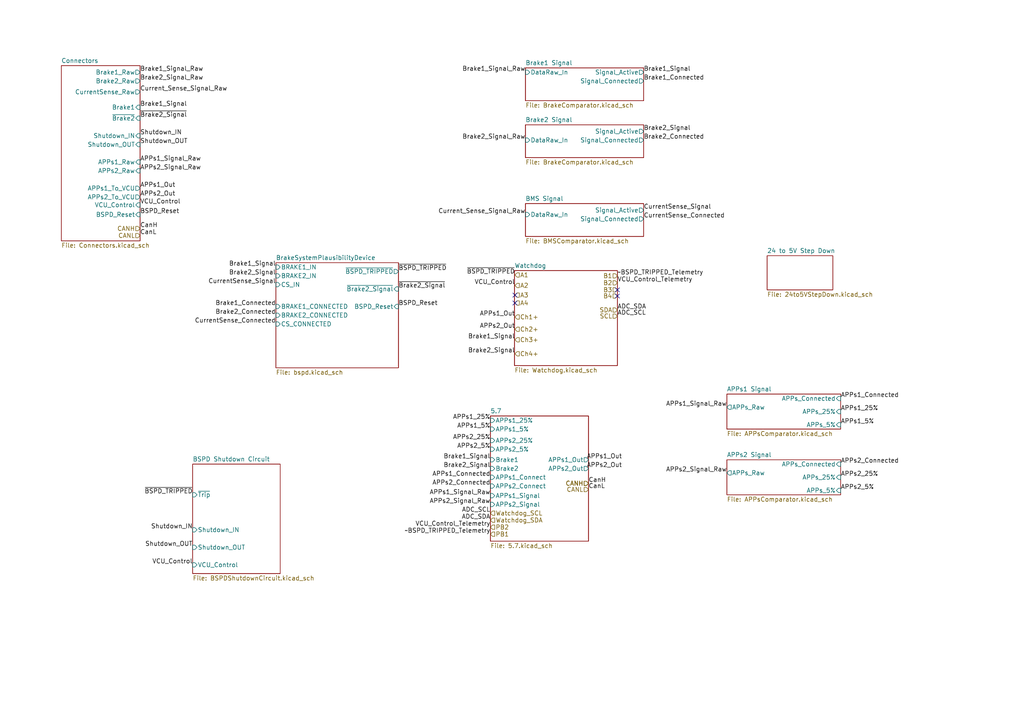
<source format=kicad_sch>
(kicad_sch (version 20211123) (generator eeschema)
  (paper "A4")
  (title_block (title "Appetizer") (date "2019-10-09") (rev "1") (company "Longhorn Racing Electric"))
  (lib_symbols)
  (no_connect (at 149.352 85.598))
  (no_connect (at 179.07 84.074))
  (no_connect (at 179.07 85.852))
  (no_connect (at 149.352 87.884))
  (label "Brake2_Connected" (at 80.01 91.44 180))
  (label "Current_Sense_Signal_Raw" (at 40.64 26.67 0))
  (label "APPs2_Out" (at 149.352 95.504 180))
  (label "~{BSPD_TRIPPED}" (at 149.352 79.756 180))
  (label "CurrentSense_Connected" (at 80.01 93.98 180))
  (label "Brake2_Connected" (at 186.69 40.64 0))
  (label "Brake2_Signal" (at 80.01 80.01 180))
  (label "~{Brake2_Signal}" (at 115.57 83.82 0))
  (label "Brake1_Signal_Raw" (at 40.64 20.955 0))
  (label "Brake2_Signal_Raw" (at 40.64 23.495 0))
  (label "VCU_Control" (at 55.88 163.83 180))
  (label "~{Brake2_Signal}" (at 40.64 34.29 0))
  (label "Brake2_Signal" (at 142.24 135.89 180))
  (label "APPs2_Connected" (at 142.24 140.97 180))
  (label "Brake1_Signal" (at 142.24 133.35 180))
  (label "Shutdown_OUT" (at 40.64 41.91 0))
  (label "APPs2_25%" (at 243.84 138.43 0))
  (label "APPs1_Out" (at 40.64 54.61 0))
  (label "CanH" (at 40.64 66.294 0))
  (label "Shutdown_IN" (at 55.88 153.67 180))
  (label "VCU_Control" (at 149.352 82.804 180))
  (label "Brake1_Signal" (at 149.352 98.552 180))
  (label "APPs2_5%" (at 142.24 130.302 180))
  (label "APPs2_Out" (at 40.64 57.15 0))
  (label "Shutdown_IN" (at 40.64 39.37 0))
  (label "BSPD_Reset" (at 115.57 88.9 0))
  (label "CurrentSense_Signal" (at 80.01 82.55 180))
  (label "APPs2_Signal_Raw" (at 40.64 49.53 0))
  (label "CurrentSense_Signal" (at 186.69 60.96 0))
  (label "APPs1_25%" (at 243.84 119.38 0))
  (label "VCU_Control_Telemetry" (at 179.07 82.042 0))
  (label "APPs2_Signal_Raw" (at 210.82 137.16 180))
  (label "Brake2_Signal_Raw" (at 152.4 40.64 180))
  (label "VCU_Control_Telemetry" (at 142.24 152.908 180))
  (label "Brake1_Signal" (at 80.01 77.47 180))
  (label "ADC_SDA" (at 142.24 150.876 180))
  (label "Brake1_Signal" (at 40.64 31.115 0))
  (label "APPs2_Signal_Raw" (at 142.24 146.304 180))
  (label "~BSPD_TRIPPED_Telemetry" (at 179.07 80.01 0))
  (label "VCU_Control" (at 40.64 59.436 0))
  (label "APPs1_5%" (at 243.84 123.19 0))
  (label "CanL" (at 170.688 141.986 0))
  (label "ADC_SCL" (at 179.07 91.694 0))
  (label "ADC_SDA" (at 179.07 89.916 0))
  (label "Brake1_Signal_Raw" (at 152.4 20.955 180))
  (label "CanL" (at 40.64 68.326 0))
  (label "ADC_SCL" (at 142.24 148.844 180))
  (label "APPs1_Out" (at 149.352 91.948 180))
  (label "APPs1_Signal_Raw" (at 210.82 118.11 180))
  (label "APPs1_Signal_Raw" (at 40.64 46.99 0))
  (label "Brake1_Connected" (at 186.69 23.495 0))
  (label "Shutdown_OUT" (at 55.88 158.75 180))
  (label "APPs1_Out" (at 170.18 133.35 0))
  (label "~BSPD_TRIPPED_Telemetry" (at 142.24 154.94 180))
  (label "CurrentSense_Connected" (at 186.69 63.5 0))
  (label "APPs1_Signal_Raw" (at 142.24 143.764 180))
  (label "APPs2_Out" (at 170.18 135.89 0))
  (label "APPs1_25%" (at 142.24 121.92 180))
  (label "Current_Sense_Signal_Raw" (at 152.4 62.23 180))
  (label "~{BSPD_TRIPPED}" (at 115.57 78.74 0))
  (label "APPs1_Connected" (at 243.84 115.57 0))
  (label "APPs2_Connected" (at 243.84 134.62 0))
  (label "Brake2_Signal" (at 186.69 38.1 0))
  (label "Brake1_Connected" (at 80.01 88.9 180))
  (label "~{BSPD_TRIPPED}" (at 55.88 143.51 180))
  (label "APPs2_5%" (at 243.84 142.24 0))
  (label "APPs2_25%" (at 142.24 127.762 180))
  (label "CanH" (at 170.688 140.208 0))
  (label "Brake1_Signal" (at 186.69 20.955 0))
  (label "APPs1_Connected" (at 142.24 138.43 180))
  (label "BSPD_Reset" (at 40.64 62.23 0))
  (label "Brake2_Signal" (at 149.352 102.616 180))
  (label "APPs1_5%" (at 142.24 124.46 180))
  (hierarchical_label "Ch1+" (shape input) (at 149.352 91.948 0))
  (hierarchical_label "CANL" (shape input) (at 170.688 141.986 180))
  (hierarchical_label "PB1" (shape input) (at 142.24 154.94 0))
  (hierarchical_label "CANH" (shape input) (at 170.688 140.208 180))
  (hierarchical_label "SDA" (shape input) (at 179.07 89.916 180))
  (hierarchical_label "B4" (shape input) (at 179.07 85.852 180))
  (hierarchical_label "CANH" (shape input) (at 40.64 66.294 180))
  (hierarchical_label "Ch2+" (shape input) (at 149.352 95.504 0))
  (hierarchical_label "A3" (shape input) (at 149.352 85.598 0))
  (hierarchical_label "CANH" (shape input) (at 170.688 140.208 180))
  (hierarchical_label "Ch3+" (shape input) (at 149.352 98.552 0))
  (hierarchical_label "Watchdog_SCL" (shape input) (at 142.24 148.844 0))
  (hierarchical_label "A4" (shape input) (at 149.352 87.884 0))
  (hierarchical_label "A1" (shape input) (at 149.352 79.756 0))
  (hierarchical_label "CANL" (shape input) (at 40.64 68.326 180))
  (hierarchical_label "Watchdog_SDA" (shape input) (at 142.24 150.876 0))
  (hierarchical_label "SCL" (shape input) (at 179.07 91.694 180))
  (hierarchical_label "B2" (shape input) (at 179.07 82.042 180))
  (hierarchical_label "PB2" (shape input) (at 142.24 152.908 0))
  (hierarchical_label "Ch4+" (shape input) (at 149.352 102.616 0))
  (hierarchical_label "B1" (shape input) (at 179.07 80.01 180))
  (hierarchical_label "A2" (shape input) (at 149.352 82.804 0))
  (hierarchical_label "B3" (shape input) (at 179.07 84.074 180))
  (sheet (at 17.78 19.05) (size 22.86 50.8)
    (property "Sheet name" "Connectors" (at 17.78 18.3384 0) (effects (justify left bottom)))
    (property "Sheet file" "Connectors.kicad_sch" (at 17.78 70.4346 0) (effects (justify left top)))
    (pin "Brake1_Raw" output (at 40.64 20.955 0))
    (pin "Brake2_Raw" output (at 40.64 23.495 0))
    (pin "Brake1" input (at 40.64 31.115 0))
    (pin "~{Brake2}" input (at 40.64 34.29 0))
    (pin "CurrentSense_Raw" output (at 40.64 26.67 0))
    (pin "APPs1_To_VCU" output (at 40.64 54.61 0))
    (pin "Shutdown_IN" input (at 40.64 39.37 0))
    (pin "APPs2_To_VCU" output (at 40.64 57.15 0))
    (pin "Shutdown_OUT" input (at 40.64 41.91 0))
    (pin "VCU_Control" input (at 40.64 59.436 0))
    (pin "APPs1_Raw" input (at 40.64 46.99 0))
    (pin "APPs2_Raw" input (at 40.64 49.53 0))
    (pin "BSPD_Reset" input (at 40.64 62.23 0))
  )
  (sheet (at 152.4 59.055) (size 34.29 9.525)
    (property "Sheet name" "BMS Signal" (at 152.4 58.3434 0) (effects (justify left bottom)))
    (property "Sheet file" "BMSComparator.kicad_sch" (at 152.4 69.1646 0) (effects (justify left top)))
    (pin "Signal_Active" output (at 186.69 60.96 0))
    (pin "DataRaw_In" input (at 152.4 62.23 180))
    (pin "Signal_Connected" output (at 186.69 63.5 0))
  )
  (sheet (at 80.01 76.2) (size 35.56 30.48)
    (property "Sheet name" "BrakeSystemPlausibilityDevice" (at 80.01 75.4884 0) (effects (justify left bottom)))
    (property "Sheet file" "bspd.kicad_sch" (at 80.01 107.2646 0) (effects (justify left top)))
    (pin "~{BSPD_TRIPPED}" output (at 115.57 78.74 0))
    (pin "CS_IN" input (at 80.01 82.55 180))
    (pin "BRAKE1_IN" input (at 80.01 77.47 180))
    (pin "BRAKE2_IN" input (at 80.01 80.01 180))
    (pin "BRAKE1_CONNECTED" input (at 80.01 88.9 180))
    (pin "BRAKE2_CONNECTED" input (at 80.01 91.44 180))
    (pin "CS_CONNECTED" input (at 80.01 93.98 180))
    (pin "BSPD_Reset" input (at 115.57 88.9 0))
    (pin "~{Brake2_Signal}" input (at 115.57 83.82 0))
  )
  (sheet (at 152.4 19.685) (size 34.29 9.525)
    (property "Sheet name" "Brake1 Signal" (at 152.4 18.9734 0) (effects (justify left bottom)))
    (property "Sheet file" "BrakeComparator.kicad_sch" (at 152.4 29.7946 0) (effects (justify left top)))
    (pin "Signal_Active" output (at 186.69 20.955 0))
    (pin "DataRaw_In" input (at 152.4 20.955 180))
    (pin "Signal_Connected" output (at 186.69 23.495 0))
  )
  (sheet (at 152.4 36.195) (size 34.29 9.525)
    (property "Sheet name" "Brake2 Signal" (at 152.4 35.4834 0) (effects (justify left bottom)))
    (property "Sheet file" "BrakeComparator.kicad_sch" (at 152.4 46.3046 0) (effects (justify left top)))
    (pin "Signal_Active" output (at 186.69 38.1 0))
    (pin "DataRaw_In" input (at 152.4 40.64 180))
    (pin "Signal_Connected" output (at 186.69 40.64 0))
  )
  (sheet (at 149.225 78.486) (size 29.845 27.559) (stroke (width 0.1524))
    (property "Sheet name" "Watchdog" (at 149.225 77.7744 0) (effects (justify left bottom)))
    (property "Sheet file" "Watchdog.kicad_sch" (at 149.225 106.6296 0) (effects (justify left top)))
  )
  (sheet (at 55.88 134.62) (size 25.4 31.75) (stroke (width 0.1524))
    (property "Sheet name" "BSPD Shutdown Circuit" (at 55.88 133.9084 0) (effects (justify left bottom)))
    (property "Sheet file" "BSPDShutdownCircuit.kicad_sch" (at 55.88 166.9546 0) (effects (justify left top)))
    (pin "~{Trip}" input (at 55.88 143.51 180))
    (pin "Shutdown_OUT" input (at 55.88 158.75 180))
    (pin "Shutdown_IN" input (at 55.88 153.67 180))
    (pin "VCU_Control" input (at 55.88 163.83 180))
  )
  (sheet (at 210.82 114.3) (size 33.02 10.16) (stroke (width 0.1524))
    (property "Sheet name" "APPs1 Signal" (at 210.82 113.5884 0) (effects (justify left bottom)))
    (property "Sheet file" "APPsComparator.kicad_sch" (at 210.82 125.0446 0) (effects (justify left top)))
    (pin "APPs_5%" input (at 243.84 123.19 0))
    (pin "APPs_Connected" input (at 243.84 115.57 0))
    (pin "APPs_25%" input (at 243.84 119.38 0))
    (pin "APPs_Raw" output (at 210.82 118.11 180))
  )
  (sheet (at 222.504 74.168) (size 19.05 9.906) (stroke (width 0.1524))
    (property "Sheet name" "24 to 5V Step Down" (at 222.504 73.4564 0) (effects (justify left bottom)))
    (property "Sheet file" "24to5VStepDown.kicad_sch" (at 222.504 84.6586 0) (effects (justify left top)))
  )
  (sheet (at 142.24 120.65) (size 28.448 36.322) (stroke (width 0.1524))
    (property "Sheet name" "5.7" (at 142.24 119.9384 0) (effects (justify left bottom)))
    (property "Sheet file" "5.7.kicad_sch" (at 142.24 157.5566 0) (effects (justify left top)))
    (pin "APPs2_Out" output (at 170.688 135.89 0))
    (pin "APPs2_Signal" input (at 142.24 146.304 180))
    (pin "APPs1_Out" output (at 170.688 133.35 0))
    (pin "APPs1_Signal" input (at 142.24 143.764 180))
    (pin "APPs2_Connect" input (at 142.24 140.97 180))
    (pin "APPs2_25%" input (at 142.24 127.762 180))
    (pin "APPs1_Connect" input (at 142.24 138.43 180))
    (pin "Brake2" input (at 142.24 135.89 180))
    (pin "Brake1" input (at 142.24 133.35 180))
    (pin "APPs1_5%" input (at 142.24 124.46 180))
    (pin "APPs1_25%" input (at 142.24 121.92 180))
    (pin "APPs2_5%" input (at 142.24 130.302 180))
  )
  (sheet (at 210.82 133.35) (size 33.02 10.16) (stroke (width 0.1524))
    (property "Sheet name" "APPs2 Signal" (at 210.82 132.6384 0) (effects (justify left bottom)))
    (property "Sheet file" "APPsComparator.kicad_sch" (at 210.82 144.0946 0) (effects (justify left top)))
    (pin "APPs_5%" input (at 243.84 142.24 0))
    (pin "APPs_Connected" input (at 243.84 134.62 0))
    (pin "APPs_25%" input (at 243.84 138.43 0))
    (pin "APPs_Raw" output (at 210.82 137.16 180))
  )
)
</source>
